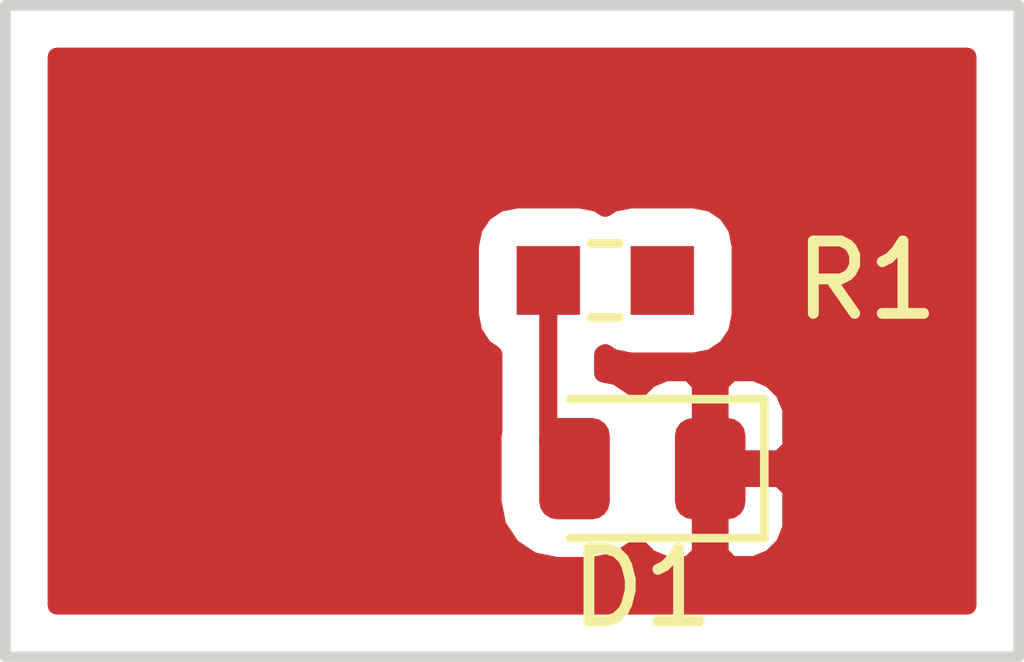
<source format=kicad_pcb>
(kicad_pcb (version 20171130) (host pcbnew 5.0.1-33cea8e~67~ubuntu18.04.1)

  (general
    (thickness 1.6)
    (drawings 4)
    (tracks 2)
    (zones 0)
    (modules 2)
    (nets 4)
  )

  (page A4)
  (layers
    (0 F.Cu signal)
    (31 B.Cu signal)
    (32 B.Adhes user)
    (33 F.Adhes user)
    (34 B.Paste user)
    (35 F.Paste user)
    (36 B.SilkS user)
    (37 F.SilkS user)
    (38 B.Mask user)
    (39 F.Mask user)
    (40 Dwgs.User user)
    (41 Cmts.User user)
    (42 Eco1.User user)
    (43 Eco2.User user)
    (44 Edge.Cuts user)
    (45 Margin user)
    (46 B.CrtYd user)
    (47 F.CrtYd user)
    (48 B.Fab user)
    (49 F.Fab user)
  )

  (setup
    (last_trace_width 0.25)
    (trace_clearance 0.2)
    (zone_clearance 0.508)
    (zone_45_only no)
    (trace_min 0.2)
    (segment_width 0.2)
    (edge_width 0.15)
    (via_size 0.6)
    (via_drill 0.4)
    (via_min_size 0.4)
    (via_min_drill 0.3)
    (uvia_size 0.3)
    (uvia_drill 0.1)
    (uvias_allowed no)
    (uvia_min_size 0.2)
    (uvia_min_drill 0.1)
    (pcb_text_width 0.3)
    (pcb_text_size 1.5 1.5)
    (mod_edge_width 0.15)
    (mod_text_size 1 1)
    (mod_text_width 0.15)
    (pad_size 1.524 1.524)
    (pad_drill 0.762)
    (pad_to_mask_clearance 0.2)
    (solder_mask_min_width 0.25)
    (aux_axis_origin 0 0)
    (visible_elements FFFFFF7F)
    (pcbplotparams
      (layerselection 0x00030_80000001)
      (usegerberextensions false)
      (usegerberattributes false)
      (usegerberadvancedattributes false)
      (creategerberjobfile false)
      (excludeedgelayer true)
      (linewidth 0.050000)
      (plotframeref false)
      (viasonmask false)
      (mode 1)
      (useauxorigin false)
      (hpglpennumber 1)
      (hpglpenspeed 20)
      (hpglpendiameter 15.000000)
      (psnegative false)
      (psa4output false)
      (plotreference true)
      (plotvalue true)
      (plotinvisibletext false)
      (padsonsilk false)
      (subtractmaskfromsilk false)
      (outputformat 1)
      (mirror false)
      (drillshape 1)
      (scaleselection 1)
      (outputdirectory ""))
  )

  (net 0 "")
  (net 1 VCC)
  (net 2 GND)
  (net 3 "Net-(D1-Pad2)")

  (net_class Default "This is the default net class."
    (clearance 0.2)
    (trace_width 0.25)
    (via_dia 0.6)
    (via_drill 0.4)
    (uvia_dia 0.3)
    (uvia_drill 0.1)
    (add_net GND)
    (add_net "Net-(D1-Pad2)")
    (add_net VCC)
  )

  (module Diode_SMD:D_0805_2012Metric (layer F.Cu) (tedit 5B36C52B) (tstamp 5CBF4FAE)
    (at 147.8 108.4 180)
    (descr "Diode SMD 0805 (2012 Metric), square (rectangular) end terminal, IPC_7351 nominal, (Body size source: https://docs.google.com/spreadsheets/d/1BsfQQcO9C6DZCsRaXUlFlo91Tg2WpOkGARC1WS5S8t0/edit?usp=sharing), generated with kicad-footprint-generator")
    (tags diode)
    (path /5CA75CA1)
    (attr smd)
    (fp_text reference D1 (at 0 -1.65 180) (layer F.SilkS)
      (effects (font (size 1 1) (thickness 0.15)))
    )
    (fp_text value LED (at 0 1.65 180) (layer F.Fab)
      (effects (font (size 1 1) (thickness 0.15)))
    )
    (fp_line (start 1 -0.6) (end -0.7 -0.6) (layer F.Fab) (width 0.1))
    (fp_line (start -0.7 -0.6) (end -1 -0.3) (layer F.Fab) (width 0.1))
    (fp_line (start -1 -0.3) (end -1 0.6) (layer F.Fab) (width 0.1))
    (fp_line (start -1 0.6) (end 1 0.6) (layer F.Fab) (width 0.1))
    (fp_line (start 1 0.6) (end 1 -0.6) (layer F.Fab) (width 0.1))
    (fp_line (start 1 -0.96) (end -1.685 -0.96) (layer F.SilkS) (width 0.12))
    (fp_line (start -1.685 -0.96) (end -1.685 0.96) (layer F.SilkS) (width 0.12))
    (fp_line (start -1.685 0.96) (end 1 0.96) (layer F.SilkS) (width 0.12))
    (fp_line (start -1.68 0.95) (end -1.68 -0.95) (layer F.CrtYd) (width 0.05))
    (fp_line (start -1.68 -0.95) (end 1.68 -0.95) (layer F.CrtYd) (width 0.05))
    (fp_line (start 1.68 -0.95) (end 1.68 0.95) (layer F.CrtYd) (width 0.05))
    (fp_line (start 1.68 0.95) (end -1.68 0.95) (layer F.CrtYd) (width 0.05))
    (fp_text user %R (at 0 0 180) (layer F.Fab)
      (effects (font (size 0.5 0.5) (thickness 0.08)))
    )
    (pad 1 smd roundrect (at -0.9375 0 180) (size 0.975 1.4) (layers F.Cu F.Paste F.Mask) (roundrect_rratio 0.25)
      (net 2 GND))
    (pad 2 smd roundrect (at 0.9375 0 180) (size 0.975 1.4) (layers F.Cu F.Paste F.Mask) (roundrect_rratio 0.25)
      (net 3 "Net-(D1-Pad2)"))
    (model ${KISYS3DMOD}/Diode_SMD.3dshapes/D_0805_2012Metric.wrl
      (at (xyz 0 0 0))
      (scale (xyz 1 1 1))
      (rotate (xyz 0 0 0))
    )
  )

  (module Resistor_SMD:R_0603_1608Metric (layer F.Cu) (tedit 5B59AB37) (tstamp 5CA52FBF)
    (at 147.2875 105.8 180)
    (descr "Resistor SMD 0603 (1608 Metric), square (rectangular) end terminal, IPC_7351 nominal, (Body size source: http://www.tortai-tech.com/upload/download/2011102023233369053.pdf), generated with kicad-footprint-generator")
    (tags resistor)
    (path /5CA75BFC)
    (attr smd)
    (fp_text reference R1 (at -3.6125 0 180) (layer F.SilkS)
      (effects (font (size 1 1) (thickness 0.15)))
    )
    (fp_text value R (at -4.1125 0 180) (layer F.Fab)
      (effects (font (size 1 1) (thickness 0.15)))
    )
    (fp_line (start -0.8 0.4) (end -0.8 -0.4) (layer F.Fab) (width 0.1))
    (fp_line (start -0.8 -0.4) (end 0.8 -0.4) (layer F.Fab) (width 0.1))
    (fp_line (start 0.8 -0.4) (end 0.8 0.4) (layer F.Fab) (width 0.1))
    (fp_line (start 0.8 0.4) (end -0.8 0.4) (layer F.Fab) (width 0.1))
    (fp_line (start -0.193875 -0.51) (end 0.193875 -0.51) (layer F.SilkS) (width 0.12))
    (fp_line (start -0.193875 0.51) (end 0.193875 0.51) (layer F.SilkS) (width 0.12))
    (fp_line (start -1.48 0.73) (end -1.48 -0.73) (layer F.CrtYd) (width 0.05))
    (fp_line (start -1.48 -0.73) (end 1.48 -0.73) (layer F.CrtYd) (width 0.05))
    (fp_line (start 1.48 -0.73) (end 1.48 0.73) (layer F.CrtYd) (width 0.05))
    (fp_line (start 1.48 0.73) (end -1.48 0.73) (layer F.CrtYd) (width 0.05))
    (fp_text user %R (at 0 0 180) (layer F.Fab)
      (effects (font (size 0.4 0.4) (thickness 0.06)))
    )
    (pad 1 smd rect (at -0.7875 0 180) (size 0.875 0.95) (layers F.Cu F.Paste F.Mask)
      (net 1 VCC))
    (pad 2 smd rect (at 0.7875 0 180) (size 0.875 0.95) (layers F.Cu F.Paste F.Mask)
      (net 3 "Net-(D1-Pad2)"))
    (model ${KISYS3DMOD}/Resistor_SMD.3dshapes/R_0603_1608Metric.wrl
      (at (xyz 0 0 0))
      (scale (xyz 1 1 1))
      (rotate (xyz 0 0 0))
    )
  )

  (gr_line (start 139 111) (end 139 102) (layer Edge.Cuts) (width 0.15))
  (gr_line (start 153 111) (end 139 111) (layer Edge.Cuts) (width 0.15))
  (gr_line (start 153 102) (end 153 111) (layer Edge.Cuts) (width 0.15))
  (gr_line (start 139 102) (end 153 102) (layer Edge.Cuts) (width 0.15))

  (segment (start 146.5 108.0375) (end 146.8625 108.4) (width 0.25) (layer F.Cu) (net 3))
  (segment (start 146.5 105.8) (end 146.5 108.0375) (width 0.25) (layer F.Cu) (net 3))

  (zone (net 2) (net_name GND) (layer F.Cu) (tstamp 0) (hatch edge 0.508)
    (connect_pads (clearance 0.508))
    (min_thickness 0.254)
    (fill yes (arc_segments 16) (thermal_gap 0.508) (thermal_bridge_width 0.508))
    (polygon
      (pts
        (xy 139 102) (xy 153 102) (xy 153 111) (xy 139 111)
      )
    )
    (filled_polygon
      (pts
        (xy 152.290001 110.29) (xy 139.71 110.29) (xy 139.71 105.325) (xy 145.41506 105.325) (xy 145.41506 106.275)
        (xy 145.464343 106.522765) (xy 145.604691 106.732809) (xy 145.74 106.823221) (xy 145.740001 107.881205) (xy 145.72756 107.94375)
        (xy 145.72756 108.025193) (xy 145.725112 108.0375) (xy 145.72756 108.049807) (xy 145.72756 108.85625) (xy 145.795398 109.197294)
        (xy 145.988584 109.486416) (xy 146.277706 109.679602) (xy 146.61875 109.74744) (xy 147.10625 109.74744) (xy 147.447294 109.679602)
        (xy 147.736416 109.486416) (xy 147.737207 109.485233) (xy 147.890302 109.638327) (xy 148.123691 109.735) (xy 148.45175 109.735)
        (xy 148.6105 109.57625) (xy 148.6105 108.527) (xy 148.8645 108.527) (xy 148.8645 109.57625) (xy 149.02325 109.735)
        (xy 149.351309 109.735) (xy 149.584698 109.638327) (xy 149.763327 109.459699) (xy 149.86 109.22631) (xy 149.86 108.68575)
        (xy 149.70125 108.527) (xy 148.8645 108.527) (xy 148.6105 108.527) (xy 148.5905 108.527) (xy 148.5905 108.273)
        (xy 148.6105 108.273) (xy 148.6105 107.22375) (xy 148.8645 107.22375) (xy 148.8645 108.273) (xy 149.70125 108.273)
        (xy 149.86 108.11425) (xy 149.86 107.57369) (xy 149.763327 107.340301) (xy 149.584698 107.161673) (xy 149.351309 107.065)
        (xy 149.02325 107.065) (xy 148.8645 107.22375) (xy 148.6105 107.22375) (xy 148.45175 107.065) (xy 148.123691 107.065)
        (xy 147.890302 107.161673) (xy 147.737207 107.314767) (xy 147.736416 107.313584) (xy 147.447294 107.120398) (xy 147.26 107.083143)
        (xy 147.26 106.82322) (xy 147.2875 106.804845) (xy 147.389735 106.873157) (xy 147.6375 106.92244) (xy 148.5125 106.92244)
        (xy 148.760265 106.873157) (xy 148.970309 106.732809) (xy 149.110657 106.522765) (xy 149.15994 106.275) (xy 149.15994 105.325)
        (xy 149.110657 105.077235) (xy 148.970309 104.867191) (xy 148.760265 104.726843) (xy 148.5125 104.67756) (xy 147.6375 104.67756)
        (xy 147.389735 104.726843) (xy 147.2875 104.795155) (xy 147.185265 104.726843) (xy 146.9375 104.67756) (xy 146.0625 104.67756)
        (xy 145.814735 104.726843) (xy 145.604691 104.867191) (xy 145.464343 105.077235) (xy 145.41506 105.325) (xy 139.71 105.325)
        (xy 139.71 102.71) (xy 152.29 102.71)
      )
    )
  )
)

</source>
